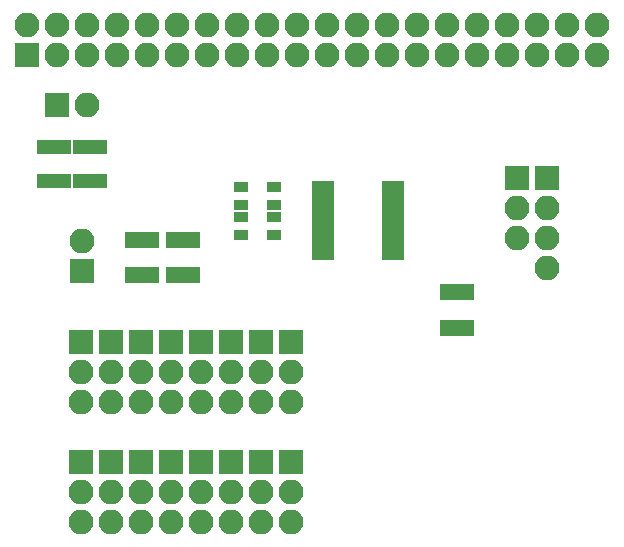
<source format=gbr>
G04 #@! TF.FileFunction,Soldermask,Top*
%FSLAX46Y46*%
G04 Gerber Fmt 4.6, Leading zero omitted, Abs format (unit mm)*
G04 Created by KiCad (PCBNEW 4.0.6) date 02/08/19 21:52:06*
%MOMM*%
%LPD*%
G01*
G04 APERTURE LIST*
%ADD10C,0.100000*%
%ADD11R,1.850000X0.850000*%
%ADD12R,2.100000X2.100000*%
%ADD13O,2.100000X2.100000*%
%ADD14R,2.900000X1.400000*%
%ADD15R,2.900000X1.300000*%
%ADD16R,1.300000X0.900000*%
G04 APERTURE END LIST*
D10*
D11*
X133448000Y-90801000D03*
X133448000Y-91451000D03*
X133448000Y-92101000D03*
X133448000Y-92751000D03*
X133448000Y-93401000D03*
X133448000Y-94051000D03*
X133448000Y-94701000D03*
X133448000Y-95351000D03*
X133448000Y-96001000D03*
X133448000Y-96651000D03*
X139348000Y-96651000D03*
X139348000Y-96001000D03*
X139348000Y-95351000D03*
X139348000Y-94701000D03*
X139348000Y-94051000D03*
X139348000Y-93401000D03*
X139348000Y-92751000D03*
X139348000Y-92101000D03*
X139348000Y-91451000D03*
X139348000Y-90801000D03*
D12*
X110910000Y-84000000D03*
D13*
X113450000Y-84000000D03*
D12*
X108370000Y-79770000D03*
D13*
X108370000Y-77230000D03*
X110910000Y-79770000D03*
X110910000Y-77230000D03*
X113450000Y-79770000D03*
X113450000Y-77230000D03*
X115990000Y-79770000D03*
X115990000Y-77230000D03*
X118530000Y-79770000D03*
X118530000Y-77230000D03*
X121070000Y-79770000D03*
X121070000Y-77230000D03*
X123610000Y-79770000D03*
X123610000Y-77230000D03*
X126150000Y-79770000D03*
X126150000Y-77230000D03*
X128690000Y-79770000D03*
X128690000Y-77230000D03*
X131230000Y-79770000D03*
X131230000Y-77230000D03*
X133770000Y-79770000D03*
X133770000Y-77230000D03*
X136310000Y-79770000D03*
X136310000Y-77230000D03*
X138850000Y-79770000D03*
X138850000Y-77230000D03*
X141390000Y-79770000D03*
X141390000Y-77230000D03*
X143930000Y-79770000D03*
X143930000Y-77230000D03*
X146470000Y-79770000D03*
X146470000Y-77230000D03*
X149010000Y-79770000D03*
X149010000Y-77230000D03*
X151550000Y-79770000D03*
X151550000Y-77230000D03*
X154090000Y-79770000D03*
X154090000Y-77230000D03*
X156630000Y-79770000D03*
X156630000Y-77230000D03*
D14*
X121539000Y-95401000D03*
X121539000Y-98401000D03*
X118110000Y-95401000D03*
X118110000Y-98401000D03*
D12*
X112903000Y-104013000D03*
D13*
X112903000Y-106553000D03*
X112903000Y-109093000D03*
D12*
X115443000Y-104013000D03*
D13*
X115443000Y-106553000D03*
X115443000Y-109093000D03*
D12*
X117983000Y-104013000D03*
D13*
X117983000Y-106553000D03*
X117983000Y-109093000D03*
D12*
X120523000Y-104013000D03*
D13*
X120523000Y-106553000D03*
X120523000Y-109093000D03*
D12*
X123063000Y-104013000D03*
D13*
X123063000Y-106553000D03*
X123063000Y-109093000D03*
D12*
X125603000Y-104013000D03*
D13*
X125603000Y-106553000D03*
X125603000Y-109093000D03*
D12*
X128143000Y-104013000D03*
D13*
X128143000Y-106553000D03*
X128143000Y-109093000D03*
D12*
X130683000Y-104013000D03*
D13*
X130683000Y-106553000D03*
X130683000Y-109093000D03*
D12*
X112903000Y-114173000D03*
D13*
X112903000Y-116713000D03*
X112903000Y-119253000D03*
D12*
X115443000Y-114173000D03*
D13*
X115443000Y-116713000D03*
X115443000Y-119253000D03*
D12*
X117983000Y-114173000D03*
D13*
X117983000Y-116713000D03*
X117983000Y-119253000D03*
D12*
X120523000Y-114173000D03*
D13*
X120523000Y-116713000D03*
X120523000Y-119253000D03*
D12*
X123063000Y-114173000D03*
D13*
X123063000Y-116713000D03*
X123063000Y-119253000D03*
D12*
X125603000Y-114173000D03*
D13*
X125603000Y-116713000D03*
X125603000Y-119253000D03*
D12*
X128143000Y-114173000D03*
D13*
X128143000Y-116713000D03*
X128143000Y-119253000D03*
D12*
X130683000Y-114173000D03*
D13*
X130683000Y-116713000D03*
X130683000Y-119253000D03*
D15*
X113704000Y-90450000D03*
X113704000Y-87550000D03*
X110656000Y-90450000D03*
X110656000Y-87550000D03*
D12*
X113030000Y-98044000D03*
D13*
X113030000Y-95504000D03*
D16*
X129286000Y-94984000D03*
X129286000Y-93484000D03*
X129286000Y-90944000D03*
X129286000Y-92444000D03*
X126492000Y-94984000D03*
X126492000Y-93484000D03*
X126492000Y-90944000D03*
X126492000Y-92444000D03*
D14*
X144780000Y-99846000D03*
X144780000Y-102846000D03*
D12*
X152400000Y-90170000D03*
D13*
X152400000Y-92710000D03*
X152400000Y-95250000D03*
X152400000Y-97790000D03*
D12*
X149860000Y-90170000D03*
D13*
X149860000Y-92710000D03*
X149860000Y-95250000D03*
M02*

</source>
